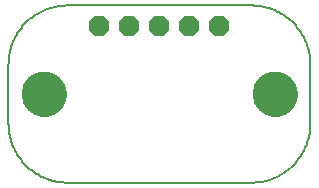
<source format=gbs>
G75*
%MOIN*%
%OFA0B0*%
%FSLAX25Y25*%
%IPPOS*%
%LPD*%
%AMOC8*
5,1,8,0,0,1.08239X$1,22.5*
%
%ADD10C,0.00000*%
%ADD11C,0.14967*%
%ADD12C,0.00600*%
%ADD13OC8,0.06700*%
D10*
X0028000Y0067173D02*
X0028002Y0067352D01*
X0028009Y0067530D01*
X0028020Y0067709D01*
X0028035Y0067887D01*
X0028055Y0068065D01*
X0028079Y0068242D01*
X0028107Y0068418D01*
X0028140Y0068594D01*
X0028177Y0068769D01*
X0028218Y0068943D01*
X0028264Y0069115D01*
X0028314Y0069287D01*
X0028368Y0069458D01*
X0028426Y0069627D01*
X0028488Y0069794D01*
X0028554Y0069960D01*
X0028625Y0070124D01*
X0028699Y0070287D01*
X0028778Y0070448D01*
X0028860Y0070606D01*
X0028946Y0070763D01*
X0029036Y0070917D01*
X0029130Y0071069D01*
X0029227Y0071219D01*
X0029329Y0071367D01*
X0029433Y0071511D01*
X0029541Y0071654D01*
X0029653Y0071793D01*
X0029768Y0071930D01*
X0029887Y0072064D01*
X0030008Y0072195D01*
X0030133Y0072323D01*
X0030261Y0072448D01*
X0030392Y0072569D01*
X0030526Y0072688D01*
X0030663Y0072803D01*
X0030802Y0072915D01*
X0030945Y0073023D01*
X0031089Y0073127D01*
X0031237Y0073229D01*
X0031387Y0073326D01*
X0031539Y0073420D01*
X0031693Y0073510D01*
X0031850Y0073596D01*
X0032008Y0073678D01*
X0032169Y0073757D01*
X0032332Y0073831D01*
X0032496Y0073902D01*
X0032662Y0073968D01*
X0032829Y0074030D01*
X0032998Y0074088D01*
X0033169Y0074142D01*
X0033341Y0074192D01*
X0033513Y0074238D01*
X0033687Y0074279D01*
X0033862Y0074316D01*
X0034038Y0074349D01*
X0034214Y0074377D01*
X0034391Y0074401D01*
X0034569Y0074421D01*
X0034747Y0074436D01*
X0034926Y0074447D01*
X0035104Y0074454D01*
X0035283Y0074456D01*
X0035462Y0074454D01*
X0035640Y0074447D01*
X0035819Y0074436D01*
X0035997Y0074421D01*
X0036175Y0074401D01*
X0036352Y0074377D01*
X0036528Y0074349D01*
X0036704Y0074316D01*
X0036879Y0074279D01*
X0037053Y0074238D01*
X0037225Y0074192D01*
X0037397Y0074142D01*
X0037568Y0074088D01*
X0037737Y0074030D01*
X0037904Y0073968D01*
X0038070Y0073902D01*
X0038234Y0073831D01*
X0038397Y0073757D01*
X0038558Y0073678D01*
X0038716Y0073596D01*
X0038873Y0073510D01*
X0039027Y0073420D01*
X0039179Y0073326D01*
X0039329Y0073229D01*
X0039477Y0073127D01*
X0039621Y0073023D01*
X0039764Y0072915D01*
X0039903Y0072803D01*
X0040040Y0072688D01*
X0040174Y0072569D01*
X0040305Y0072448D01*
X0040433Y0072323D01*
X0040558Y0072195D01*
X0040679Y0072064D01*
X0040798Y0071930D01*
X0040913Y0071793D01*
X0041025Y0071654D01*
X0041133Y0071511D01*
X0041237Y0071367D01*
X0041339Y0071219D01*
X0041436Y0071069D01*
X0041530Y0070917D01*
X0041620Y0070763D01*
X0041706Y0070606D01*
X0041788Y0070448D01*
X0041867Y0070287D01*
X0041941Y0070124D01*
X0042012Y0069960D01*
X0042078Y0069794D01*
X0042140Y0069627D01*
X0042198Y0069458D01*
X0042252Y0069287D01*
X0042302Y0069115D01*
X0042348Y0068943D01*
X0042389Y0068769D01*
X0042426Y0068594D01*
X0042459Y0068418D01*
X0042487Y0068242D01*
X0042511Y0068065D01*
X0042531Y0067887D01*
X0042546Y0067709D01*
X0042557Y0067530D01*
X0042564Y0067352D01*
X0042566Y0067173D01*
X0042564Y0066994D01*
X0042557Y0066816D01*
X0042546Y0066637D01*
X0042531Y0066459D01*
X0042511Y0066281D01*
X0042487Y0066104D01*
X0042459Y0065928D01*
X0042426Y0065752D01*
X0042389Y0065577D01*
X0042348Y0065403D01*
X0042302Y0065231D01*
X0042252Y0065059D01*
X0042198Y0064888D01*
X0042140Y0064719D01*
X0042078Y0064552D01*
X0042012Y0064386D01*
X0041941Y0064222D01*
X0041867Y0064059D01*
X0041788Y0063898D01*
X0041706Y0063740D01*
X0041620Y0063583D01*
X0041530Y0063429D01*
X0041436Y0063277D01*
X0041339Y0063127D01*
X0041237Y0062979D01*
X0041133Y0062835D01*
X0041025Y0062692D01*
X0040913Y0062553D01*
X0040798Y0062416D01*
X0040679Y0062282D01*
X0040558Y0062151D01*
X0040433Y0062023D01*
X0040305Y0061898D01*
X0040174Y0061777D01*
X0040040Y0061658D01*
X0039903Y0061543D01*
X0039764Y0061431D01*
X0039621Y0061323D01*
X0039477Y0061219D01*
X0039329Y0061117D01*
X0039179Y0061020D01*
X0039027Y0060926D01*
X0038873Y0060836D01*
X0038716Y0060750D01*
X0038558Y0060668D01*
X0038397Y0060589D01*
X0038234Y0060515D01*
X0038070Y0060444D01*
X0037904Y0060378D01*
X0037737Y0060316D01*
X0037568Y0060258D01*
X0037397Y0060204D01*
X0037225Y0060154D01*
X0037053Y0060108D01*
X0036879Y0060067D01*
X0036704Y0060030D01*
X0036528Y0059997D01*
X0036352Y0059969D01*
X0036175Y0059945D01*
X0035997Y0059925D01*
X0035819Y0059910D01*
X0035640Y0059899D01*
X0035462Y0059892D01*
X0035283Y0059890D01*
X0035104Y0059892D01*
X0034926Y0059899D01*
X0034747Y0059910D01*
X0034569Y0059925D01*
X0034391Y0059945D01*
X0034214Y0059969D01*
X0034038Y0059997D01*
X0033862Y0060030D01*
X0033687Y0060067D01*
X0033513Y0060108D01*
X0033341Y0060154D01*
X0033169Y0060204D01*
X0032998Y0060258D01*
X0032829Y0060316D01*
X0032662Y0060378D01*
X0032496Y0060444D01*
X0032332Y0060515D01*
X0032169Y0060589D01*
X0032008Y0060668D01*
X0031850Y0060750D01*
X0031693Y0060836D01*
X0031539Y0060926D01*
X0031387Y0061020D01*
X0031237Y0061117D01*
X0031089Y0061219D01*
X0030945Y0061323D01*
X0030802Y0061431D01*
X0030663Y0061543D01*
X0030526Y0061658D01*
X0030392Y0061777D01*
X0030261Y0061898D01*
X0030133Y0062023D01*
X0030008Y0062151D01*
X0029887Y0062282D01*
X0029768Y0062416D01*
X0029653Y0062553D01*
X0029541Y0062692D01*
X0029433Y0062835D01*
X0029329Y0062979D01*
X0029227Y0063127D01*
X0029130Y0063277D01*
X0029036Y0063429D01*
X0028946Y0063583D01*
X0028860Y0063740D01*
X0028778Y0063898D01*
X0028699Y0064059D01*
X0028625Y0064222D01*
X0028554Y0064386D01*
X0028488Y0064552D01*
X0028426Y0064719D01*
X0028368Y0064888D01*
X0028314Y0065059D01*
X0028264Y0065231D01*
X0028218Y0065403D01*
X0028177Y0065577D01*
X0028140Y0065752D01*
X0028107Y0065928D01*
X0028079Y0066104D01*
X0028055Y0066281D01*
X0028035Y0066459D01*
X0028020Y0066637D01*
X0028009Y0066816D01*
X0028002Y0066994D01*
X0028000Y0067173D01*
X0105000Y0067173D02*
X0105002Y0067352D01*
X0105009Y0067530D01*
X0105020Y0067709D01*
X0105035Y0067887D01*
X0105055Y0068065D01*
X0105079Y0068242D01*
X0105107Y0068418D01*
X0105140Y0068594D01*
X0105177Y0068769D01*
X0105218Y0068943D01*
X0105264Y0069115D01*
X0105314Y0069287D01*
X0105368Y0069458D01*
X0105426Y0069627D01*
X0105488Y0069794D01*
X0105554Y0069960D01*
X0105625Y0070124D01*
X0105699Y0070287D01*
X0105778Y0070448D01*
X0105860Y0070606D01*
X0105946Y0070763D01*
X0106036Y0070917D01*
X0106130Y0071069D01*
X0106227Y0071219D01*
X0106329Y0071367D01*
X0106433Y0071511D01*
X0106541Y0071654D01*
X0106653Y0071793D01*
X0106768Y0071930D01*
X0106887Y0072064D01*
X0107008Y0072195D01*
X0107133Y0072323D01*
X0107261Y0072448D01*
X0107392Y0072569D01*
X0107526Y0072688D01*
X0107663Y0072803D01*
X0107802Y0072915D01*
X0107945Y0073023D01*
X0108089Y0073127D01*
X0108237Y0073229D01*
X0108387Y0073326D01*
X0108539Y0073420D01*
X0108693Y0073510D01*
X0108850Y0073596D01*
X0109008Y0073678D01*
X0109169Y0073757D01*
X0109332Y0073831D01*
X0109496Y0073902D01*
X0109662Y0073968D01*
X0109829Y0074030D01*
X0109998Y0074088D01*
X0110169Y0074142D01*
X0110341Y0074192D01*
X0110513Y0074238D01*
X0110687Y0074279D01*
X0110862Y0074316D01*
X0111038Y0074349D01*
X0111214Y0074377D01*
X0111391Y0074401D01*
X0111569Y0074421D01*
X0111747Y0074436D01*
X0111926Y0074447D01*
X0112104Y0074454D01*
X0112283Y0074456D01*
X0112462Y0074454D01*
X0112640Y0074447D01*
X0112819Y0074436D01*
X0112997Y0074421D01*
X0113175Y0074401D01*
X0113352Y0074377D01*
X0113528Y0074349D01*
X0113704Y0074316D01*
X0113879Y0074279D01*
X0114053Y0074238D01*
X0114225Y0074192D01*
X0114397Y0074142D01*
X0114568Y0074088D01*
X0114737Y0074030D01*
X0114904Y0073968D01*
X0115070Y0073902D01*
X0115234Y0073831D01*
X0115397Y0073757D01*
X0115558Y0073678D01*
X0115716Y0073596D01*
X0115873Y0073510D01*
X0116027Y0073420D01*
X0116179Y0073326D01*
X0116329Y0073229D01*
X0116477Y0073127D01*
X0116621Y0073023D01*
X0116764Y0072915D01*
X0116903Y0072803D01*
X0117040Y0072688D01*
X0117174Y0072569D01*
X0117305Y0072448D01*
X0117433Y0072323D01*
X0117558Y0072195D01*
X0117679Y0072064D01*
X0117798Y0071930D01*
X0117913Y0071793D01*
X0118025Y0071654D01*
X0118133Y0071511D01*
X0118237Y0071367D01*
X0118339Y0071219D01*
X0118436Y0071069D01*
X0118530Y0070917D01*
X0118620Y0070763D01*
X0118706Y0070606D01*
X0118788Y0070448D01*
X0118867Y0070287D01*
X0118941Y0070124D01*
X0119012Y0069960D01*
X0119078Y0069794D01*
X0119140Y0069627D01*
X0119198Y0069458D01*
X0119252Y0069287D01*
X0119302Y0069115D01*
X0119348Y0068943D01*
X0119389Y0068769D01*
X0119426Y0068594D01*
X0119459Y0068418D01*
X0119487Y0068242D01*
X0119511Y0068065D01*
X0119531Y0067887D01*
X0119546Y0067709D01*
X0119557Y0067530D01*
X0119564Y0067352D01*
X0119566Y0067173D01*
X0119564Y0066994D01*
X0119557Y0066816D01*
X0119546Y0066637D01*
X0119531Y0066459D01*
X0119511Y0066281D01*
X0119487Y0066104D01*
X0119459Y0065928D01*
X0119426Y0065752D01*
X0119389Y0065577D01*
X0119348Y0065403D01*
X0119302Y0065231D01*
X0119252Y0065059D01*
X0119198Y0064888D01*
X0119140Y0064719D01*
X0119078Y0064552D01*
X0119012Y0064386D01*
X0118941Y0064222D01*
X0118867Y0064059D01*
X0118788Y0063898D01*
X0118706Y0063740D01*
X0118620Y0063583D01*
X0118530Y0063429D01*
X0118436Y0063277D01*
X0118339Y0063127D01*
X0118237Y0062979D01*
X0118133Y0062835D01*
X0118025Y0062692D01*
X0117913Y0062553D01*
X0117798Y0062416D01*
X0117679Y0062282D01*
X0117558Y0062151D01*
X0117433Y0062023D01*
X0117305Y0061898D01*
X0117174Y0061777D01*
X0117040Y0061658D01*
X0116903Y0061543D01*
X0116764Y0061431D01*
X0116621Y0061323D01*
X0116477Y0061219D01*
X0116329Y0061117D01*
X0116179Y0061020D01*
X0116027Y0060926D01*
X0115873Y0060836D01*
X0115716Y0060750D01*
X0115558Y0060668D01*
X0115397Y0060589D01*
X0115234Y0060515D01*
X0115070Y0060444D01*
X0114904Y0060378D01*
X0114737Y0060316D01*
X0114568Y0060258D01*
X0114397Y0060204D01*
X0114225Y0060154D01*
X0114053Y0060108D01*
X0113879Y0060067D01*
X0113704Y0060030D01*
X0113528Y0059997D01*
X0113352Y0059969D01*
X0113175Y0059945D01*
X0112997Y0059925D01*
X0112819Y0059910D01*
X0112640Y0059899D01*
X0112462Y0059892D01*
X0112283Y0059890D01*
X0112104Y0059892D01*
X0111926Y0059899D01*
X0111747Y0059910D01*
X0111569Y0059925D01*
X0111391Y0059945D01*
X0111214Y0059969D01*
X0111038Y0059997D01*
X0110862Y0060030D01*
X0110687Y0060067D01*
X0110513Y0060108D01*
X0110341Y0060154D01*
X0110169Y0060204D01*
X0109998Y0060258D01*
X0109829Y0060316D01*
X0109662Y0060378D01*
X0109496Y0060444D01*
X0109332Y0060515D01*
X0109169Y0060589D01*
X0109008Y0060668D01*
X0108850Y0060750D01*
X0108693Y0060836D01*
X0108539Y0060926D01*
X0108387Y0061020D01*
X0108237Y0061117D01*
X0108089Y0061219D01*
X0107945Y0061323D01*
X0107802Y0061431D01*
X0107663Y0061543D01*
X0107526Y0061658D01*
X0107392Y0061777D01*
X0107261Y0061898D01*
X0107133Y0062023D01*
X0107008Y0062151D01*
X0106887Y0062282D01*
X0106768Y0062416D01*
X0106653Y0062553D01*
X0106541Y0062692D01*
X0106433Y0062835D01*
X0106329Y0062979D01*
X0106227Y0063127D01*
X0106130Y0063277D01*
X0106036Y0063429D01*
X0105946Y0063583D01*
X0105860Y0063740D01*
X0105778Y0063898D01*
X0105699Y0064059D01*
X0105625Y0064222D01*
X0105554Y0064386D01*
X0105488Y0064552D01*
X0105426Y0064719D01*
X0105368Y0064888D01*
X0105314Y0065059D01*
X0105264Y0065231D01*
X0105218Y0065403D01*
X0105177Y0065577D01*
X0105140Y0065752D01*
X0105107Y0065928D01*
X0105079Y0066104D01*
X0105055Y0066281D01*
X0105035Y0066459D01*
X0105020Y0066637D01*
X0105009Y0066816D01*
X0105002Y0066994D01*
X0105000Y0067173D01*
D11*
X0112283Y0067173D03*
X0035283Y0067173D03*
D12*
X0043157Y0037646D02*
X0104409Y0037646D01*
X0104885Y0037652D01*
X0105360Y0037669D01*
X0105835Y0037698D01*
X0106309Y0037738D01*
X0106782Y0037790D01*
X0107253Y0037853D01*
X0107723Y0037927D01*
X0108191Y0038013D01*
X0108657Y0038110D01*
X0109120Y0038218D01*
X0109580Y0038337D01*
X0110038Y0038468D01*
X0110492Y0038609D01*
X0110943Y0038762D01*
X0111389Y0038925D01*
X0111832Y0039099D01*
X0112270Y0039284D01*
X0112704Y0039479D01*
X0113133Y0039685D01*
X0113557Y0039901D01*
X0113976Y0040127D01*
X0114389Y0040363D01*
X0114796Y0040609D01*
X0115197Y0040865D01*
X0115591Y0041131D01*
X0115980Y0041406D01*
X0116361Y0041690D01*
X0116735Y0041983D01*
X0117103Y0042285D01*
X0117463Y0042597D01*
X0117815Y0042916D01*
X0118159Y0043244D01*
X0118496Y0043581D01*
X0118824Y0043925D01*
X0119143Y0044277D01*
X0119455Y0044637D01*
X0119757Y0045005D01*
X0120050Y0045379D01*
X0120334Y0045760D01*
X0120609Y0046149D01*
X0120875Y0046543D01*
X0121131Y0046944D01*
X0121377Y0047351D01*
X0121613Y0047764D01*
X0121839Y0048183D01*
X0122055Y0048607D01*
X0122261Y0049036D01*
X0122456Y0049470D01*
X0122641Y0049908D01*
X0122815Y0050351D01*
X0122978Y0050797D01*
X0123131Y0051248D01*
X0123272Y0051702D01*
X0123403Y0052160D01*
X0123522Y0052620D01*
X0123630Y0053083D01*
X0123727Y0053549D01*
X0123813Y0054017D01*
X0123887Y0054487D01*
X0123950Y0054958D01*
X0124002Y0055431D01*
X0124042Y0055905D01*
X0124071Y0056380D01*
X0124088Y0056855D01*
X0124094Y0057331D01*
X0124094Y0077016D01*
X0124088Y0077492D01*
X0124071Y0077967D01*
X0124042Y0078442D01*
X0124002Y0078916D01*
X0123950Y0079389D01*
X0123887Y0079860D01*
X0123813Y0080330D01*
X0123727Y0080798D01*
X0123630Y0081264D01*
X0123522Y0081727D01*
X0123403Y0082187D01*
X0123272Y0082645D01*
X0123131Y0083099D01*
X0122978Y0083550D01*
X0122815Y0083996D01*
X0122641Y0084439D01*
X0122456Y0084877D01*
X0122261Y0085311D01*
X0122055Y0085740D01*
X0121839Y0086164D01*
X0121613Y0086583D01*
X0121377Y0086996D01*
X0121131Y0087403D01*
X0120875Y0087804D01*
X0120609Y0088198D01*
X0120334Y0088587D01*
X0120050Y0088968D01*
X0119757Y0089342D01*
X0119455Y0089710D01*
X0119143Y0090070D01*
X0118824Y0090422D01*
X0118496Y0090766D01*
X0118159Y0091103D01*
X0117815Y0091431D01*
X0117463Y0091750D01*
X0117103Y0092062D01*
X0116735Y0092364D01*
X0116361Y0092657D01*
X0115980Y0092941D01*
X0115591Y0093216D01*
X0115197Y0093482D01*
X0114796Y0093738D01*
X0114389Y0093984D01*
X0113976Y0094220D01*
X0113557Y0094446D01*
X0113133Y0094662D01*
X0112704Y0094868D01*
X0112270Y0095063D01*
X0111832Y0095248D01*
X0111389Y0095422D01*
X0110943Y0095585D01*
X0110492Y0095738D01*
X0110038Y0095879D01*
X0109580Y0096010D01*
X0109120Y0096129D01*
X0108657Y0096237D01*
X0108191Y0096334D01*
X0107723Y0096420D01*
X0107253Y0096494D01*
X0106782Y0096557D01*
X0106309Y0096609D01*
X0105835Y0096649D01*
X0105360Y0096678D01*
X0104885Y0096695D01*
X0104409Y0096701D01*
X0043157Y0096701D01*
X0042681Y0096695D01*
X0042206Y0096678D01*
X0041731Y0096649D01*
X0041257Y0096609D01*
X0040784Y0096557D01*
X0040313Y0096494D01*
X0039843Y0096420D01*
X0039375Y0096334D01*
X0038909Y0096237D01*
X0038446Y0096129D01*
X0037986Y0096010D01*
X0037528Y0095879D01*
X0037074Y0095738D01*
X0036623Y0095585D01*
X0036177Y0095422D01*
X0035734Y0095248D01*
X0035296Y0095063D01*
X0034862Y0094868D01*
X0034433Y0094662D01*
X0034009Y0094446D01*
X0033590Y0094220D01*
X0033177Y0093984D01*
X0032770Y0093738D01*
X0032369Y0093482D01*
X0031975Y0093216D01*
X0031586Y0092941D01*
X0031205Y0092657D01*
X0030831Y0092364D01*
X0030463Y0092062D01*
X0030103Y0091750D01*
X0029751Y0091431D01*
X0029407Y0091103D01*
X0029070Y0090766D01*
X0028742Y0090422D01*
X0028423Y0090070D01*
X0028111Y0089710D01*
X0027809Y0089342D01*
X0027516Y0088968D01*
X0027232Y0088587D01*
X0026957Y0088198D01*
X0026691Y0087804D01*
X0026435Y0087403D01*
X0026189Y0086996D01*
X0025953Y0086583D01*
X0025727Y0086164D01*
X0025511Y0085740D01*
X0025305Y0085311D01*
X0025110Y0084877D01*
X0024925Y0084439D01*
X0024751Y0083996D01*
X0024588Y0083550D01*
X0024435Y0083099D01*
X0024294Y0082645D01*
X0024163Y0082187D01*
X0024044Y0081727D01*
X0023936Y0081264D01*
X0023839Y0080798D01*
X0023753Y0080330D01*
X0023679Y0079860D01*
X0023616Y0079389D01*
X0023564Y0078916D01*
X0023524Y0078442D01*
X0023495Y0077967D01*
X0023478Y0077492D01*
X0023472Y0077016D01*
X0023472Y0057331D01*
X0023478Y0056855D01*
X0023495Y0056380D01*
X0023524Y0055905D01*
X0023564Y0055431D01*
X0023616Y0054958D01*
X0023679Y0054487D01*
X0023753Y0054017D01*
X0023839Y0053549D01*
X0023936Y0053083D01*
X0024044Y0052620D01*
X0024163Y0052160D01*
X0024294Y0051702D01*
X0024435Y0051248D01*
X0024588Y0050797D01*
X0024751Y0050351D01*
X0024925Y0049908D01*
X0025110Y0049470D01*
X0025305Y0049036D01*
X0025511Y0048607D01*
X0025727Y0048183D01*
X0025953Y0047764D01*
X0026189Y0047351D01*
X0026435Y0046944D01*
X0026691Y0046543D01*
X0026957Y0046149D01*
X0027232Y0045760D01*
X0027516Y0045379D01*
X0027809Y0045005D01*
X0028111Y0044637D01*
X0028423Y0044277D01*
X0028742Y0043925D01*
X0029070Y0043581D01*
X0029407Y0043244D01*
X0029751Y0042916D01*
X0030103Y0042597D01*
X0030463Y0042285D01*
X0030831Y0041983D01*
X0031205Y0041690D01*
X0031586Y0041406D01*
X0031975Y0041131D01*
X0032369Y0040865D01*
X0032770Y0040609D01*
X0033177Y0040363D01*
X0033590Y0040127D01*
X0034009Y0039901D01*
X0034433Y0039685D01*
X0034862Y0039479D01*
X0035296Y0039284D01*
X0035734Y0039099D01*
X0036177Y0038925D01*
X0036623Y0038762D01*
X0037074Y0038609D01*
X0037528Y0038468D01*
X0037986Y0038337D01*
X0038446Y0038218D01*
X0038909Y0038110D01*
X0039375Y0038013D01*
X0039843Y0037927D01*
X0040313Y0037853D01*
X0040784Y0037790D01*
X0041257Y0037738D01*
X0041731Y0037698D01*
X0042206Y0037669D01*
X0042681Y0037652D01*
X0043157Y0037646D01*
D13*
X0053780Y0090008D03*
X0063780Y0090008D03*
X0073783Y0090008D03*
X0083780Y0090008D03*
X0093780Y0090008D03*
M02*

</source>
